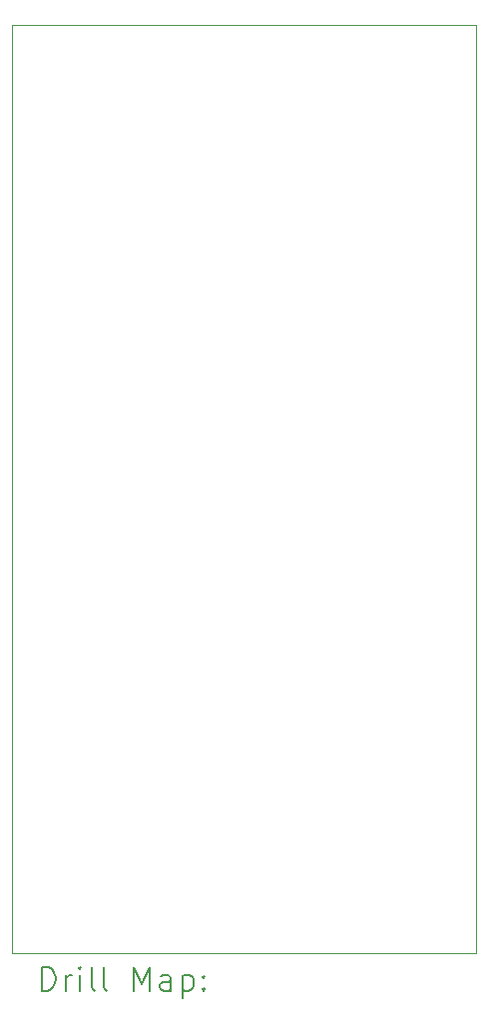
<source format=gbr>
%FSLAX45Y45*%
G04 Gerber Fmt 4.5, Leading zero omitted, Abs format (unit mm)*
G04 Created by KiCad (PCBNEW (6.0.5)) date 2022-07-17 20:37:49*
%MOMM*%
%LPD*%
G01*
G04 APERTURE LIST*
%TA.AperFunction,Profile*%
%ADD10C,0.100000*%
%TD*%
%ADD11C,0.200000*%
G04 APERTURE END LIST*
D10*
X11938000Y-2540000D02*
X8001000Y-2540000D01*
X8001000Y-2540000D02*
X8001000Y-10414000D01*
X8001000Y-10414000D02*
X11938000Y-10414000D01*
X11938000Y-10414000D02*
X11938000Y-2540000D01*
D11*
X8253619Y-10729476D02*
X8253619Y-10529476D01*
X8301238Y-10529476D01*
X8329809Y-10539000D01*
X8348857Y-10558048D01*
X8358381Y-10577095D01*
X8367905Y-10615190D01*
X8367905Y-10643762D01*
X8358381Y-10681857D01*
X8348857Y-10700905D01*
X8329809Y-10719952D01*
X8301238Y-10729476D01*
X8253619Y-10729476D01*
X8453619Y-10729476D02*
X8453619Y-10596143D01*
X8453619Y-10634238D02*
X8463143Y-10615190D01*
X8472667Y-10605667D01*
X8491714Y-10596143D01*
X8510762Y-10596143D01*
X8577429Y-10729476D02*
X8577429Y-10596143D01*
X8577429Y-10529476D02*
X8567905Y-10539000D01*
X8577429Y-10548524D01*
X8586952Y-10539000D01*
X8577429Y-10529476D01*
X8577429Y-10548524D01*
X8701238Y-10729476D02*
X8682190Y-10719952D01*
X8672667Y-10700905D01*
X8672667Y-10529476D01*
X8806000Y-10729476D02*
X8786952Y-10719952D01*
X8777429Y-10700905D01*
X8777429Y-10529476D01*
X9034571Y-10729476D02*
X9034571Y-10529476D01*
X9101238Y-10672333D01*
X9167905Y-10529476D01*
X9167905Y-10729476D01*
X9348857Y-10729476D02*
X9348857Y-10624714D01*
X9339333Y-10605667D01*
X9320286Y-10596143D01*
X9282190Y-10596143D01*
X9263143Y-10605667D01*
X9348857Y-10719952D02*
X9329810Y-10729476D01*
X9282190Y-10729476D01*
X9263143Y-10719952D01*
X9253619Y-10700905D01*
X9253619Y-10681857D01*
X9263143Y-10662810D01*
X9282190Y-10653286D01*
X9329810Y-10653286D01*
X9348857Y-10643762D01*
X9444095Y-10596143D02*
X9444095Y-10796143D01*
X9444095Y-10605667D02*
X9463143Y-10596143D01*
X9501238Y-10596143D01*
X9520286Y-10605667D01*
X9529810Y-10615190D01*
X9539333Y-10634238D01*
X9539333Y-10691381D01*
X9529810Y-10710429D01*
X9520286Y-10719952D01*
X9501238Y-10729476D01*
X9463143Y-10729476D01*
X9444095Y-10719952D01*
X9625048Y-10710429D02*
X9634571Y-10719952D01*
X9625048Y-10729476D01*
X9615524Y-10719952D01*
X9625048Y-10710429D01*
X9625048Y-10729476D01*
X9625048Y-10605667D02*
X9634571Y-10615190D01*
X9625048Y-10624714D01*
X9615524Y-10615190D01*
X9625048Y-10605667D01*
X9625048Y-10624714D01*
M02*

</source>
